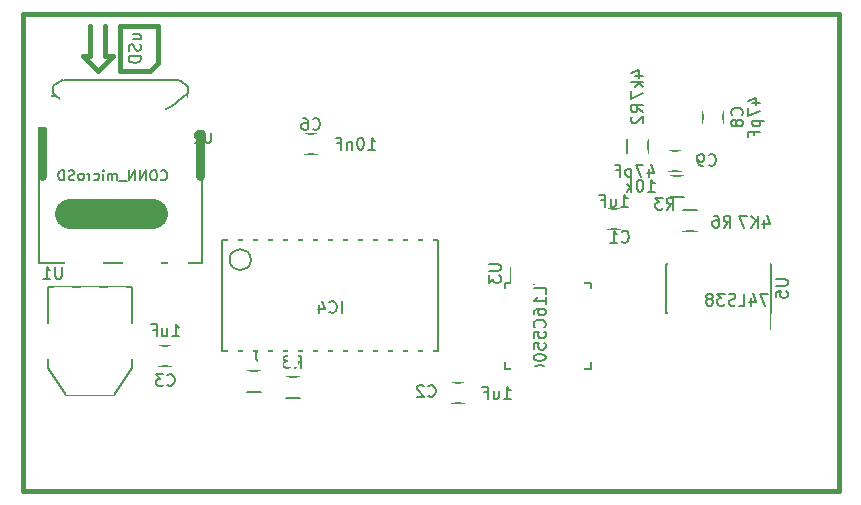
<source format=gbo>
G04 #@! TF.GenerationSoftware,KiCad,Pcbnew,5.0.2+dfsg1-1*
G04 #@! TF.CreationDate,2021-08-12T14:43:16+02:00*
G04 #@! TF.ProjectId,ramcard,72616d63-6172-4642-9e6b-696361645f70,rev?*
G04 #@! TF.SameCoordinates,Original*
G04 #@! TF.FileFunction,Legend,Bot*
G04 #@! TF.FilePolarity,Positive*
%FSLAX46Y46*%
G04 Gerber Fmt 4.6, Leading zero omitted, Abs format (unit mm)*
G04 Created by KiCad (PCBNEW 5.0.2+dfsg1-1) date jeu. 12 août 2021 14:43:16 CEST*
%MOMM*%
%LPD*%
G01*
G04 APERTURE LIST*
%ADD10C,0.150000*%
%ADD11C,0.381000*%
%ADD12C,0.203200*%
%ADD13C,2.499360*%
%ADD14C,0.800100*%
%ADD15C,2.009140*%
%ADD16C,3.507740*%
%ADD17R,1.808000X1.808000*%
%ADD18C,1.808000*%
%ADD19R,4.165600X2.540000*%
%ADD20R,1.524000X2.540000*%
%ADD21R,1.209040X2.908300*%
%ADD22R,2.009140X3.108960*%
%ADD23R,1.508760X3.108960*%
%ADD24R,1.706880X1.706880*%
%ADD25R,3.208020X1.706880*%
%ADD26R,0.758000X1.808000*%
%ADD27R,1.808000X0.758000*%
%ADD28R,1.758000X1.508000*%
%ADD29R,1.508000X1.758000*%
%ADD30C,2.032000*%
%ADD31C,3.208020*%
%ADD32R,1.808000X1.208000*%
%ADD33R,1.208000X1.808000*%
%ADD34R,1.108000X2.008000*%
%ADD35R,2.332000X2.032000*%
%ADD36O,2.332000X2.032000*%
%ADD37R,2.235200X2.235200*%
%ADD38O,2.235200X2.235200*%
%ADD39R,0.965200X1.778000*%
G04 APERTURE END LIST*
D10*
X27090714Y-32258095D02*
X27757380Y-32258095D01*
X27090714Y-31829523D02*
X27614523Y-31829523D01*
X27709761Y-31877142D01*
X27757380Y-31972380D01*
X27757380Y-32115238D01*
X27709761Y-32210476D01*
X27662142Y-32258095D01*
X27709761Y-32686666D02*
X27757380Y-32829523D01*
X27757380Y-33067619D01*
X27709761Y-33162857D01*
X27662142Y-33210476D01*
X27566904Y-33258095D01*
X27471666Y-33258095D01*
X27376428Y-33210476D01*
X27328809Y-33162857D01*
X27281190Y-33067619D01*
X27233571Y-32877142D01*
X27185952Y-32781904D01*
X27138333Y-32734285D01*
X27043095Y-32686666D01*
X26947857Y-32686666D01*
X26852619Y-32734285D01*
X26805000Y-32781904D01*
X26757380Y-32877142D01*
X26757380Y-33115238D01*
X26805000Y-33258095D01*
X27757380Y-33686666D02*
X26757380Y-33686666D01*
X26757380Y-33924761D01*
X26805000Y-34067619D01*
X26900238Y-34162857D01*
X26995476Y-34210476D01*
X27185952Y-34258095D01*
X27328809Y-34258095D01*
X27519285Y-34210476D01*
X27614523Y-34162857D01*
X27709761Y-34067619D01*
X27757380Y-33924761D01*
X27757380Y-33686666D01*
D11*
X24765000Y-33655000D02*
X24765000Y-31115000D01*
X25400000Y-33655000D02*
X24765000Y-33655000D01*
X24130000Y-34925000D02*
X25400000Y-33655000D01*
X22860000Y-33655000D02*
X24130000Y-34925000D01*
X23495000Y-33655000D02*
X22860000Y-33655000D01*
X23495000Y-31115000D02*
X23495000Y-33655000D01*
X26035000Y-34925000D02*
X26035000Y-31115000D01*
X28575000Y-34925000D02*
X26035000Y-34925000D01*
X29210000Y-34290000D02*
X28575000Y-34925000D01*
X29210000Y-31115000D02*
X29210000Y-34290000D01*
X29210000Y-31115000D02*
X26035000Y-31115000D01*
X86868000Y-30099000D02*
X17780000Y-30099000D01*
X86868000Y-70485000D02*
X86868000Y-30099000D01*
X17780000Y-70485000D02*
X86868000Y-70485000D01*
X17780000Y-30099000D02*
X17780000Y-70485000D01*
D10*
G04 #@! TO.C,U1*
X19939000Y-56261000D02*
X19939000Y-53213000D01*
X19939000Y-53213000D02*
X27051000Y-53213000D01*
X27051000Y-53213000D02*
X27051000Y-56261000D01*
X19939000Y-59309000D02*
X19939000Y-60071000D01*
X19939000Y-60071000D02*
X21463000Y-62357000D01*
X21463000Y-62357000D02*
X25527000Y-62357000D01*
X25527000Y-62357000D02*
X27051000Y-60071000D01*
X27051000Y-60071000D02*
X27051000Y-59309000D01*
D12*
G04 #@! TO.C,U2*
X19133820Y-37030660D02*
X19133820Y-51229260D01*
X20535900Y-37030660D02*
X19133820Y-37030660D01*
X32936180Y-37129720D02*
X32936180Y-51229260D01*
X32936180Y-51229260D02*
X31635700Y-51229260D01*
X31635700Y-51229260D02*
X19133820Y-51229260D01*
X31734760Y-36730940D02*
X31734760Y-37129720D01*
X31734760Y-37129720D02*
X31833820Y-37129720D01*
X32936180Y-37129720D02*
X31833820Y-37129720D01*
D13*
X28780740Y-47076360D02*
X21780500Y-47076360D01*
D14*
X32783780Y-40129460D02*
X32783780Y-43830240D01*
X19433540Y-39829740D02*
X19433540Y-43830240D01*
D12*
X21234400Y-35730180D02*
X30835600Y-35730180D01*
X20927060Y-35826700D02*
X21226780Y-35727640D01*
X20726400Y-35928300D02*
X20927060Y-35826700D01*
X20528280Y-36027360D02*
X20726400Y-35928300D01*
X20426680Y-36126420D02*
X20528280Y-36027360D01*
X20327620Y-36327080D02*
X20426680Y-36126420D01*
X20327620Y-36827460D02*
X20327620Y-36327080D01*
X31734760Y-36830000D02*
X31734760Y-36329620D01*
X31734760Y-36329620D02*
X31635700Y-36128960D01*
X31635700Y-36128960D02*
X31534100Y-36029900D01*
X31534100Y-36029900D02*
X31335980Y-35930840D01*
X31335980Y-35930840D02*
X31135320Y-35829240D01*
X31135320Y-35829240D02*
X30835600Y-35730180D01*
X31750000Y-36830000D02*
G75*
G02X20320000Y-36830000I-5715000J5715000D01*
G01*
D10*
G04 #@! TO.C,U3*
X58605000Y-52890000D02*
X59130000Y-52890000D01*
X58605000Y-60140000D02*
X59130000Y-60140000D01*
X65855000Y-60140000D02*
X65330000Y-60140000D01*
X65855000Y-52890000D02*
X65330000Y-52890000D01*
X58605000Y-52890000D02*
X58605000Y-53415000D01*
X65855000Y-52890000D02*
X65855000Y-53415000D01*
X65855000Y-60140000D02*
X65855000Y-59615000D01*
X58605000Y-60140000D02*
X58605000Y-59615000D01*
X59130000Y-52890000D02*
X59130000Y-51515000D01*
G04 #@! TO.C,C8*
X77050000Y-38362000D02*
X77050000Y-39362000D01*
X75350000Y-39362000D02*
X75350000Y-38362000D01*
G04 #@! TO.C,C9*
X73525000Y-43395000D02*
X72525000Y-43395000D01*
X72525000Y-41695000D02*
X73525000Y-41695000D01*
G04 #@! TO.C,R2*
X70725000Y-41875000D02*
X70725000Y-40675000D01*
X68975000Y-40675000D02*
X68975000Y-41875000D01*
G04 #@! TO.C,R3*
X73752000Y-43829000D02*
X72552000Y-43829000D01*
X72552000Y-45579000D02*
X73752000Y-45579000D01*
G04 #@! TO.C,C1*
X67318000Y-46648000D02*
X68318000Y-46648000D01*
X68318000Y-48348000D02*
X67318000Y-48348000D01*
G04 #@! TO.C,C2*
X55110000Y-63080000D02*
X54110000Y-63080000D01*
X54110000Y-61380000D02*
X55110000Y-61380000D01*
G04 #@! TO.C,U5*
X81158000Y-55415000D02*
X81043000Y-55415000D01*
X81158000Y-51265000D02*
X81043000Y-51265000D01*
X72258000Y-51265000D02*
X72373000Y-51265000D01*
X72258000Y-55415000D02*
X72373000Y-55415000D01*
X81158000Y-55415000D02*
X81158000Y-51265000D01*
X72258000Y-55415000D02*
X72258000Y-51265000D01*
X81043000Y-55415000D02*
X81043000Y-56790000D01*
G04 #@! TO.C,C6*
X42664000Y-41998000D02*
X41664000Y-41998000D01*
X41664000Y-40298000D02*
X42664000Y-40298000D01*
G04 #@! TO.C,R6*
X73695000Y-48500000D02*
X74895000Y-48500000D01*
X74895000Y-46750000D02*
X73695000Y-46750000D01*
G04 #@! TO.C,C3*
X30345000Y-59905000D02*
X29345000Y-59905000D01*
X29345000Y-58205000D02*
X30345000Y-58205000D01*
G04 #@! TO.C,IC4*
X52959000Y-49276000D02*
X52959000Y-58674000D01*
X34671000Y-58674000D02*
X34671000Y-49276000D01*
X34671000Y-58674000D02*
X52959000Y-58674000D01*
X52959000Y-49276000D02*
X34671000Y-49276000D01*
X37093026Y-50927000D02*
G75*
G03X37093026Y-50927000I-898026J0D01*
G01*
G04 #@! TO.C,D1*
X36738000Y-62089000D02*
X37938000Y-62089000D01*
X37938000Y-60339000D02*
X36738000Y-60339000D01*
G04 #@! TO.C,R8*
X40040000Y-62597000D02*
X41240000Y-62597000D01*
X41240000Y-60847000D02*
X40040000Y-60847000D01*
G04 #@! TD*
G04 #@! TO.C,U1*
X21081904Y-51522380D02*
X21081904Y-52331904D01*
X21034285Y-52427142D01*
X20986666Y-52474761D01*
X20891428Y-52522380D01*
X20700952Y-52522380D01*
X20605714Y-52474761D01*
X20558095Y-52427142D01*
X20510476Y-52331904D01*
X20510476Y-51522380D01*
X19510476Y-52522380D02*
X20081904Y-52522380D01*
X19796190Y-52522380D02*
X19796190Y-51522380D01*
X19891428Y-51665238D01*
X19986666Y-51760476D01*
X20081904Y-51808095D01*
G04 #@! TO.C,U2*
D12*
X33677980Y-40167076D02*
X33677980Y-40866180D01*
X33636857Y-40948428D01*
X33595733Y-40989552D01*
X33513485Y-41030676D01*
X33348990Y-41030676D01*
X33266742Y-40989552D01*
X33225619Y-40948428D01*
X33184495Y-40866180D01*
X33184495Y-40167076D01*
X32814380Y-40249323D02*
X32773257Y-40208200D01*
X32691009Y-40167076D01*
X32485390Y-40167076D01*
X32403142Y-40208200D01*
X32362019Y-40249323D01*
X32320895Y-40331571D01*
X32320895Y-40413819D01*
X32362019Y-40537190D01*
X32855504Y-41030676D01*
X32320895Y-41030676D01*
X29471257Y-44123428D02*
X29512380Y-44164552D01*
X29635752Y-44205676D01*
X29718000Y-44205676D01*
X29841371Y-44164552D01*
X29923619Y-44082304D01*
X29964742Y-44000057D01*
X30005866Y-43835561D01*
X30005866Y-43712190D01*
X29964742Y-43547695D01*
X29923619Y-43465447D01*
X29841371Y-43383200D01*
X29718000Y-43342076D01*
X29635752Y-43342076D01*
X29512380Y-43383200D01*
X29471257Y-43424323D01*
X28936647Y-43342076D02*
X28772152Y-43342076D01*
X28689904Y-43383200D01*
X28607657Y-43465447D01*
X28566533Y-43629942D01*
X28566533Y-43917809D01*
X28607657Y-44082304D01*
X28689904Y-44164552D01*
X28772152Y-44205676D01*
X28936647Y-44205676D01*
X29018895Y-44164552D01*
X29101142Y-44082304D01*
X29142266Y-43917809D01*
X29142266Y-43629942D01*
X29101142Y-43465447D01*
X29018895Y-43383200D01*
X28936647Y-43342076D01*
X28196419Y-44205676D02*
X28196419Y-43342076D01*
X27702933Y-44205676D01*
X27702933Y-43342076D01*
X27291695Y-44205676D02*
X27291695Y-43342076D01*
X26798209Y-44205676D01*
X26798209Y-43342076D01*
X26592590Y-44287923D02*
X25934609Y-44287923D01*
X25728990Y-44205676D02*
X25728990Y-43629942D01*
X25728990Y-43712190D02*
X25687866Y-43671066D01*
X25605619Y-43629942D01*
X25482247Y-43629942D01*
X25400000Y-43671066D01*
X25358876Y-43753314D01*
X25358876Y-44205676D01*
X25358876Y-43753314D02*
X25317752Y-43671066D01*
X25235504Y-43629942D01*
X25112133Y-43629942D01*
X25029885Y-43671066D01*
X24988761Y-43753314D01*
X24988761Y-44205676D01*
X24577523Y-44205676D02*
X24577523Y-43629942D01*
X24577523Y-43342076D02*
X24618647Y-43383200D01*
X24577523Y-43424323D01*
X24536400Y-43383200D01*
X24577523Y-43342076D01*
X24577523Y-43424323D01*
X23796171Y-44164552D02*
X23878419Y-44205676D01*
X24042914Y-44205676D01*
X24125161Y-44164552D01*
X24166285Y-44123428D01*
X24207409Y-44041180D01*
X24207409Y-43794438D01*
X24166285Y-43712190D01*
X24125161Y-43671066D01*
X24042914Y-43629942D01*
X23878419Y-43629942D01*
X23796171Y-43671066D01*
X23426057Y-44205676D02*
X23426057Y-43629942D01*
X23426057Y-43794438D02*
X23384933Y-43712190D01*
X23343809Y-43671066D01*
X23261561Y-43629942D01*
X23179314Y-43629942D01*
X22768076Y-44205676D02*
X22850323Y-44164552D01*
X22891447Y-44123428D01*
X22932571Y-44041180D01*
X22932571Y-43794438D01*
X22891447Y-43712190D01*
X22850323Y-43671066D01*
X22768076Y-43629942D01*
X22644704Y-43629942D01*
X22562457Y-43671066D01*
X22521333Y-43712190D01*
X22480209Y-43794438D01*
X22480209Y-44041180D01*
X22521333Y-44123428D01*
X22562457Y-44164552D01*
X22644704Y-44205676D01*
X22768076Y-44205676D01*
X22151219Y-44164552D02*
X22027847Y-44205676D01*
X21822228Y-44205676D01*
X21739980Y-44164552D01*
X21698857Y-44123428D01*
X21657733Y-44041180D01*
X21657733Y-43958933D01*
X21698857Y-43876685D01*
X21739980Y-43835561D01*
X21822228Y-43794438D01*
X21986723Y-43753314D01*
X22068971Y-43712190D01*
X22110095Y-43671066D01*
X22151219Y-43588819D01*
X22151219Y-43506571D01*
X22110095Y-43424323D01*
X22068971Y-43383200D01*
X21986723Y-43342076D01*
X21781104Y-43342076D01*
X21657733Y-43383200D01*
X21287619Y-44205676D02*
X21287619Y-43342076D01*
X21082000Y-43342076D01*
X20958628Y-43383200D01*
X20876380Y-43465447D01*
X20835257Y-43547695D01*
X20794133Y-43712190D01*
X20794133Y-43835561D01*
X20835257Y-44000057D01*
X20876380Y-44082304D01*
X20958628Y-44164552D01*
X21082000Y-44205676D01*
X21287619Y-44205676D01*
G04 #@! TO.C,U3*
D10*
X57237380Y-51308095D02*
X58046904Y-51308095D01*
X58142142Y-51355714D01*
X58189761Y-51403333D01*
X58237380Y-51498571D01*
X58237380Y-51689047D01*
X58189761Y-51784285D01*
X58142142Y-51831904D01*
X58046904Y-51879523D01*
X57237380Y-51879523D01*
X57237380Y-52260476D02*
X57237380Y-52879523D01*
X57618333Y-52546190D01*
X57618333Y-52689047D01*
X57665952Y-52784285D01*
X57713571Y-52831904D01*
X57808809Y-52879523D01*
X58046904Y-52879523D01*
X58142142Y-52831904D01*
X58189761Y-52784285D01*
X58237380Y-52689047D01*
X58237380Y-52403333D01*
X58189761Y-52308095D01*
X58142142Y-52260476D01*
X61047380Y-52443571D02*
X61047380Y-53015000D01*
X62047380Y-52729285D02*
X61047380Y-52729285D01*
X62047380Y-53824523D02*
X62047380Y-53348333D01*
X61047380Y-53348333D01*
X62047380Y-54681666D02*
X62047380Y-54110238D01*
X62047380Y-54395952D02*
X61047380Y-54395952D01*
X61190238Y-54300714D01*
X61285476Y-54205476D01*
X61333095Y-54110238D01*
X61047380Y-55538809D02*
X61047380Y-55348333D01*
X61095000Y-55253095D01*
X61142619Y-55205476D01*
X61285476Y-55110238D01*
X61475952Y-55062619D01*
X61856904Y-55062619D01*
X61952142Y-55110238D01*
X61999761Y-55157857D01*
X62047380Y-55253095D01*
X62047380Y-55443571D01*
X61999761Y-55538809D01*
X61952142Y-55586428D01*
X61856904Y-55634047D01*
X61618809Y-55634047D01*
X61523571Y-55586428D01*
X61475952Y-55538809D01*
X61428333Y-55443571D01*
X61428333Y-55253095D01*
X61475952Y-55157857D01*
X61523571Y-55110238D01*
X61618809Y-55062619D01*
X61952142Y-56634047D02*
X61999761Y-56586428D01*
X62047380Y-56443571D01*
X62047380Y-56348333D01*
X61999761Y-56205476D01*
X61904523Y-56110238D01*
X61809285Y-56062619D01*
X61618809Y-56015000D01*
X61475952Y-56015000D01*
X61285476Y-56062619D01*
X61190238Y-56110238D01*
X61095000Y-56205476D01*
X61047380Y-56348333D01*
X61047380Y-56443571D01*
X61095000Y-56586428D01*
X61142619Y-56634047D01*
X61047380Y-57538809D02*
X61047380Y-57062619D01*
X61523571Y-57015000D01*
X61475952Y-57062619D01*
X61428333Y-57157857D01*
X61428333Y-57395952D01*
X61475952Y-57491190D01*
X61523571Y-57538809D01*
X61618809Y-57586428D01*
X61856904Y-57586428D01*
X61952142Y-57538809D01*
X61999761Y-57491190D01*
X62047380Y-57395952D01*
X62047380Y-57157857D01*
X61999761Y-57062619D01*
X61952142Y-57015000D01*
X61047380Y-58491190D02*
X61047380Y-58015000D01*
X61523571Y-57967380D01*
X61475952Y-58015000D01*
X61428333Y-58110238D01*
X61428333Y-58348333D01*
X61475952Y-58443571D01*
X61523571Y-58491190D01*
X61618809Y-58538809D01*
X61856904Y-58538809D01*
X61952142Y-58491190D01*
X61999761Y-58443571D01*
X62047380Y-58348333D01*
X62047380Y-58110238D01*
X61999761Y-58015000D01*
X61952142Y-57967380D01*
X61047380Y-59157857D02*
X61047380Y-59253095D01*
X61095000Y-59348333D01*
X61142619Y-59395952D01*
X61237857Y-59443571D01*
X61428333Y-59491190D01*
X61666428Y-59491190D01*
X61856904Y-59443571D01*
X61952142Y-59395952D01*
X61999761Y-59348333D01*
X62047380Y-59253095D01*
X62047380Y-59157857D01*
X61999761Y-59062619D01*
X61952142Y-59015000D01*
X61856904Y-58967380D01*
X61666428Y-58919761D01*
X61428333Y-58919761D01*
X61237857Y-58967380D01*
X61142619Y-59015000D01*
X61095000Y-59062619D01*
X61047380Y-59157857D01*
X61952142Y-60491190D02*
X61999761Y-60443571D01*
X62047380Y-60300714D01*
X62047380Y-60205476D01*
X61999761Y-60062619D01*
X61904523Y-59967380D01*
X61809285Y-59919761D01*
X61618809Y-59872142D01*
X61475952Y-59872142D01*
X61285476Y-59919761D01*
X61190238Y-59967380D01*
X61095000Y-60062619D01*
X61047380Y-60205476D01*
X61047380Y-60300714D01*
X61095000Y-60443571D01*
X61142619Y-60491190D01*
G04 #@! TO.C,C8*
X78657142Y-38695333D02*
X78704761Y-38647714D01*
X78752380Y-38504857D01*
X78752380Y-38409619D01*
X78704761Y-38266761D01*
X78609523Y-38171523D01*
X78514285Y-38123904D01*
X78323809Y-38076285D01*
X78180952Y-38076285D01*
X77990476Y-38123904D01*
X77895238Y-38171523D01*
X77800000Y-38266761D01*
X77752380Y-38409619D01*
X77752380Y-38504857D01*
X77800000Y-38647714D01*
X77847619Y-38695333D01*
X78180952Y-39266761D02*
X78133333Y-39171523D01*
X78085714Y-39123904D01*
X77990476Y-39076285D01*
X77942857Y-39076285D01*
X77847619Y-39123904D01*
X77800000Y-39171523D01*
X77752380Y-39266761D01*
X77752380Y-39457238D01*
X77800000Y-39552476D01*
X77847619Y-39600095D01*
X77942857Y-39647714D01*
X77990476Y-39647714D01*
X78085714Y-39600095D01*
X78133333Y-39552476D01*
X78180952Y-39457238D01*
X78180952Y-39266761D01*
X78228571Y-39171523D01*
X78276190Y-39123904D01*
X78371428Y-39076285D01*
X78561904Y-39076285D01*
X78657142Y-39123904D01*
X78704761Y-39171523D01*
X78752380Y-39266761D01*
X78752380Y-39457238D01*
X78704761Y-39552476D01*
X78657142Y-39600095D01*
X78561904Y-39647714D01*
X78371428Y-39647714D01*
X78276190Y-39600095D01*
X78228571Y-39552476D01*
X78180952Y-39457238D01*
X79541714Y-37695333D02*
X80208380Y-37695333D01*
X79160761Y-37457238D02*
X79875047Y-37219142D01*
X79875047Y-37838190D01*
X79208380Y-38123904D02*
X79208380Y-38790571D01*
X80208380Y-38362000D01*
X79541714Y-39171523D02*
X80541714Y-39171523D01*
X79589333Y-39171523D02*
X79541714Y-39266761D01*
X79541714Y-39457238D01*
X79589333Y-39552476D01*
X79636952Y-39600095D01*
X79732190Y-39647714D01*
X80017904Y-39647714D01*
X80113142Y-39600095D01*
X80160761Y-39552476D01*
X80208380Y-39457238D01*
X80208380Y-39266761D01*
X80160761Y-39171523D01*
X79684571Y-40409619D02*
X79684571Y-40076285D01*
X80208380Y-40076285D02*
X79208380Y-40076285D01*
X79208380Y-40552476D01*
G04 #@! TO.C,C9*
X75858666Y-42902142D02*
X75906285Y-42949761D01*
X76049142Y-42997380D01*
X76144380Y-42997380D01*
X76287238Y-42949761D01*
X76382476Y-42854523D01*
X76430095Y-42759285D01*
X76477714Y-42568809D01*
X76477714Y-42425952D01*
X76430095Y-42235476D01*
X76382476Y-42140238D01*
X76287238Y-42045000D01*
X76144380Y-41997380D01*
X76049142Y-41997380D01*
X75906285Y-42045000D01*
X75858666Y-42092619D01*
X75382476Y-42997380D02*
X75192000Y-42997380D01*
X75096761Y-42949761D01*
X75049142Y-42902142D01*
X74953904Y-42759285D01*
X74906285Y-42568809D01*
X74906285Y-42187857D01*
X74953904Y-42092619D01*
X75001523Y-42045000D01*
X75096761Y-41997380D01*
X75287238Y-41997380D01*
X75382476Y-42045000D01*
X75430095Y-42092619D01*
X75477714Y-42187857D01*
X75477714Y-42425952D01*
X75430095Y-42521190D01*
X75382476Y-42568809D01*
X75287238Y-42616428D01*
X75096761Y-42616428D01*
X75001523Y-42568809D01*
X74953904Y-42521190D01*
X74906285Y-42425952D01*
X70762666Y-43219714D02*
X70762666Y-43886380D01*
X71000761Y-42838761D02*
X71238857Y-43553047D01*
X70619809Y-43553047D01*
X70334095Y-42886380D02*
X69667428Y-42886380D01*
X70096000Y-43886380D01*
X69286476Y-43219714D02*
X69286476Y-44219714D01*
X69286476Y-43267333D02*
X69191238Y-43219714D01*
X69000761Y-43219714D01*
X68905523Y-43267333D01*
X68857904Y-43314952D01*
X68810285Y-43410190D01*
X68810285Y-43695904D01*
X68857904Y-43791142D01*
X68905523Y-43838761D01*
X69000761Y-43886380D01*
X69191238Y-43886380D01*
X69286476Y-43838761D01*
X68048380Y-43362571D02*
X68381714Y-43362571D01*
X68381714Y-43886380D02*
X68381714Y-42886380D01*
X67905523Y-42886380D01*
G04 #@! TO.C,R2*
X70302380Y-38441333D02*
X69826190Y-38108000D01*
X70302380Y-37869904D02*
X69302380Y-37869904D01*
X69302380Y-38250857D01*
X69350000Y-38346095D01*
X69397619Y-38393714D01*
X69492857Y-38441333D01*
X69635714Y-38441333D01*
X69730952Y-38393714D01*
X69778571Y-38346095D01*
X69826190Y-38250857D01*
X69826190Y-37869904D01*
X69397619Y-38822285D02*
X69350000Y-38869904D01*
X69302380Y-38965142D01*
X69302380Y-39203238D01*
X69350000Y-39298476D01*
X69397619Y-39346095D01*
X69492857Y-39393714D01*
X69588095Y-39393714D01*
X69730952Y-39346095D01*
X70302380Y-38774666D01*
X70302380Y-39393714D01*
X69635714Y-35377523D02*
X70302380Y-35377523D01*
X69254761Y-35139428D02*
X69969047Y-34901333D01*
X69969047Y-35520380D01*
X70302380Y-35901333D02*
X69302380Y-35901333D01*
X69921428Y-35996571D02*
X70302380Y-36282285D01*
X69635714Y-36282285D02*
X70016666Y-35901333D01*
X69302380Y-36615619D02*
X69302380Y-37282285D01*
X70302380Y-36853714D01*
G04 #@! TO.C,R3*
X72302666Y-46680380D02*
X72636000Y-46204190D01*
X72874095Y-46680380D02*
X72874095Y-45680380D01*
X72493142Y-45680380D01*
X72397904Y-45728000D01*
X72350285Y-45775619D01*
X72302666Y-45870857D01*
X72302666Y-46013714D01*
X72350285Y-46108952D01*
X72397904Y-46156571D01*
X72493142Y-46204190D01*
X72874095Y-46204190D01*
X71969333Y-45680380D02*
X71350285Y-45680380D01*
X71683619Y-46061333D01*
X71540761Y-46061333D01*
X71445523Y-46108952D01*
X71397904Y-46156571D01*
X71350285Y-46251809D01*
X71350285Y-46489904D01*
X71397904Y-46585142D01*
X71445523Y-46632761D01*
X71540761Y-46680380D01*
X71826476Y-46680380D01*
X71921714Y-46632761D01*
X71969333Y-46585142D01*
X70699238Y-45156380D02*
X71270666Y-45156380D01*
X70984952Y-45156380D02*
X70984952Y-44156380D01*
X71080190Y-44299238D01*
X71175428Y-44394476D01*
X71270666Y-44442095D01*
X70080190Y-44156380D02*
X69984952Y-44156380D01*
X69889714Y-44204000D01*
X69842095Y-44251619D01*
X69794476Y-44346857D01*
X69746857Y-44537333D01*
X69746857Y-44775428D01*
X69794476Y-44965904D01*
X69842095Y-45061142D01*
X69889714Y-45108761D01*
X69984952Y-45156380D01*
X70080190Y-45156380D01*
X70175428Y-45108761D01*
X70223047Y-45061142D01*
X70270666Y-44965904D01*
X70318285Y-44775428D01*
X70318285Y-44537333D01*
X70270666Y-44346857D01*
X70223047Y-44251619D01*
X70175428Y-44204000D01*
X70080190Y-44156380D01*
X69318285Y-45156380D02*
X69318285Y-44156380D01*
X69223047Y-44775428D02*
X68937333Y-45156380D01*
X68937333Y-44489714D02*
X69318285Y-44870666D01*
G04 #@! TO.C,C1*
X68492666Y-49379142D02*
X68540285Y-49426761D01*
X68683142Y-49474380D01*
X68778380Y-49474380D01*
X68921238Y-49426761D01*
X69016476Y-49331523D01*
X69064095Y-49236285D01*
X69111714Y-49045809D01*
X69111714Y-48902952D01*
X69064095Y-48712476D01*
X69016476Y-48617238D01*
X68921238Y-48522000D01*
X68778380Y-48474380D01*
X68683142Y-48474380D01*
X68540285Y-48522000D01*
X68492666Y-48569619D01*
X67540285Y-49474380D02*
X68111714Y-49474380D01*
X67826000Y-49474380D02*
X67826000Y-48474380D01*
X67921238Y-48617238D01*
X68016476Y-48712476D01*
X68111714Y-48760095D01*
X68413238Y-46426380D02*
X68984666Y-46426380D01*
X68698952Y-46426380D02*
X68698952Y-45426380D01*
X68794190Y-45569238D01*
X68889428Y-45664476D01*
X68984666Y-45712095D01*
X67556095Y-45759714D02*
X67556095Y-46426380D01*
X67984666Y-45759714D02*
X67984666Y-46283523D01*
X67937047Y-46378761D01*
X67841809Y-46426380D01*
X67698952Y-46426380D01*
X67603714Y-46378761D01*
X67556095Y-46331142D01*
X66746571Y-45902571D02*
X67079904Y-45902571D01*
X67079904Y-46426380D02*
X67079904Y-45426380D01*
X66603714Y-45426380D01*
G04 #@! TO.C,C2*
X52109666Y-62460142D02*
X52157285Y-62507761D01*
X52300142Y-62555380D01*
X52395380Y-62555380D01*
X52538238Y-62507761D01*
X52633476Y-62412523D01*
X52681095Y-62317285D01*
X52728714Y-62126809D01*
X52728714Y-61983952D01*
X52681095Y-61793476D01*
X52633476Y-61698238D01*
X52538238Y-61603000D01*
X52395380Y-61555380D01*
X52300142Y-61555380D01*
X52157285Y-61603000D01*
X52109666Y-61650619D01*
X51728714Y-61650619D02*
X51681095Y-61603000D01*
X51585857Y-61555380D01*
X51347761Y-61555380D01*
X51252523Y-61603000D01*
X51204904Y-61650619D01*
X51157285Y-61745857D01*
X51157285Y-61841095D01*
X51204904Y-61983952D01*
X51776333Y-62555380D01*
X51157285Y-62555380D01*
X58507238Y-62682380D02*
X59078666Y-62682380D01*
X58792952Y-62682380D02*
X58792952Y-61682380D01*
X58888190Y-61825238D01*
X58983428Y-61920476D01*
X59078666Y-61968095D01*
X57650095Y-62015714D02*
X57650095Y-62682380D01*
X58078666Y-62015714D02*
X58078666Y-62539523D01*
X58031047Y-62634761D01*
X57935809Y-62682380D01*
X57792952Y-62682380D01*
X57697714Y-62634761D01*
X57650095Y-62587142D01*
X56840571Y-62158571D02*
X57173904Y-62158571D01*
X57173904Y-62682380D02*
X57173904Y-61682380D01*
X56697714Y-61682380D01*
G04 #@! TO.C,U5*
X81535380Y-52578095D02*
X82344904Y-52578095D01*
X82440142Y-52625714D01*
X82487761Y-52673333D01*
X82535380Y-52768571D01*
X82535380Y-52959047D01*
X82487761Y-53054285D01*
X82440142Y-53101904D01*
X82344904Y-53149523D01*
X81535380Y-53149523D01*
X81535380Y-54101904D02*
X81535380Y-53625714D01*
X82011571Y-53578095D01*
X81963952Y-53625714D01*
X81916333Y-53720952D01*
X81916333Y-53959047D01*
X81963952Y-54054285D01*
X82011571Y-54101904D01*
X82106809Y-54149523D01*
X82344904Y-54149523D01*
X82440142Y-54101904D01*
X82487761Y-54054285D01*
X82535380Y-53959047D01*
X82535380Y-53720952D01*
X82487761Y-53625714D01*
X82440142Y-53578095D01*
X80874857Y-53808380D02*
X80208190Y-53808380D01*
X80636761Y-54808380D01*
X79398666Y-54141714D02*
X79398666Y-54808380D01*
X79636761Y-53760761D02*
X79874857Y-54475047D01*
X79255809Y-54475047D01*
X78398666Y-54808380D02*
X78874857Y-54808380D01*
X78874857Y-53808380D01*
X78112952Y-54760761D02*
X77970095Y-54808380D01*
X77732000Y-54808380D01*
X77636761Y-54760761D01*
X77589142Y-54713142D01*
X77541523Y-54617904D01*
X77541523Y-54522666D01*
X77589142Y-54427428D01*
X77636761Y-54379809D01*
X77732000Y-54332190D01*
X77922476Y-54284571D01*
X78017714Y-54236952D01*
X78065333Y-54189333D01*
X78112952Y-54094095D01*
X78112952Y-53998857D01*
X78065333Y-53903619D01*
X78017714Y-53856000D01*
X77922476Y-53808380D01*
X77684380Y-53808380D01*
X77541523Y-53856000D01*
X77208190Y-53808380D02*
X76589142Y-53808380D01*
X76922476Y-54189333D01*
X76779619Y-54189333D01*
X76684380Y-54236952D01*
X76636761Y-54284571D01*
X76589142Y-54379809D01*
X76589142Y-54617904D01*
X76636761Y-54713142D01*
X76684380Y-54760761D01*
X76779619Y-54808380D01*
X77065333Y-54808380D01*
X77160571Y-54760761D01*
X77208190Y-54713142D01*
X76017714Y-54236952D02*
X76112952Y-54189333D01*
X76160571Y-54141714D01*
X76208190Y-54046476D01*
X76208190Y-53998857D01*
X76160571Y-53903619D01*
X76112952Y-53856000D01*
X76017714Y-53808380D01*
X75827238Y-53808380D01*
X75732000Y-53856000D01*
X75684380Y-53903619D01*
X75636761Y-53998857D01*
X75636761Y-54046476D01*
X75684380Y-54141714D01*
X75732000Y-54189333D01*
X75827238Y-54236952D01*
X76017714Y-54236952D01*
X76112952Y-54284571D01*
X76160571Y-54332190D01*
X76208190Y-54427428D01*
X76208190Y-54617904D01*
X76160571Y-54713142D01*
X76112952Y-54760761D01*
X76017714Y-54808380D01*
X75827238Y-54808380D01*
X75732000Y-54760761D01*
X75684380Y-54713142D01*
X75636761Y-54617904D01*
X75636761Y-54427428D01*
X75684380Y-54332190D01*
X75732000Y-54284571D01*
X75827238Y-54236952D01*
G04 #@! TO.C,C6*
X42330666Y-39854142D02*
X42378285Y-39901761D01*
X42521142Y-39949380D01*
X42616380Y-39949380D01*
X42759238Y-39901761D01*
X42854476Y-39806523D01*
X42902095Y-39711285D01*
X42949714Y-39520809D01*
X42949714Y-39377952D01*
X42902095Y-39187476D01*
X42854476Y-39092238D01*
X42759238Y-38997000D01*
X42616380Y-38949380D01*
X42521142Y-38949380D01*
X42378285Y-38997000D01*
X42330666Y-39044619D01*
X41473523Y-38949380D02*
X41664000Y-38949380D01*
X41759238Y-38997000D01*
X41806857Y-39044619D01*
X41902095Y-39187476D01*
X41949714Y-39377952D01*
X41949714Y-39758904D01*
X41902095Y-39854142D01*
X41854476Y-39901761D01*
X41759238Y-39949380D01*
X41568761Y-39949380D01*
X41473523Y-39901761D01*
X41425904Y-39854142D01*
X41378285Y-39758904D01*
X41378285Y-39520809D01*
X41425904Y-39425571D01*
X41473523Y-39377952D01*
X41568761Y-39330333D01*
X41759238Y-39330333D01*
X41854476Y-39377952D01*
X41902095Y-39425571D01*
X41949714Y-39520809D01*
X47045428Y-41600380D02*
X47616857Y-41600380D01*
X47331142Y-41600380D02*
X47331142Y-40600380D01*
X47426380Y-40743238D01*
X47521619Y-40838476D01*
X47616857Y-40886095D01*
X46426380Y-40600380D02*
X46331142Y-40600380D01*
X46235904Y-40648000D01*
X46188285Y-40695619D01*
X46140666Y-40790857D01*
X46093047Y-40981333D01*
X46093047Y-41219428D01*
X46140666Y-41409904D01*
X46188285Y-41505142D01*
X46235904Y-41552761D01*
X46331142Y-41600380D01*
X46426380Y-41600380D01*
X46521619Y-41552761D01*
X46569238Y-41505142D01*
X46616857Y-41409904D01*
X46664476Y-41219428D01*
X46664476Y-40981333D01*
X46616857Y-40790857D01*
X46569238Y-40695619D01*
X46521619Y-40648000D01*
X46426380Y-40600380D01*
X45664476Y-40933714D02*
X45664476Y-41600380D01*
X45664476Y-41028952D02*
X45616857Y-40981333D01*
X45521619Y-40933714D01*
X45378761Y-40933714D01*
X45283523Y-40981333D01*
X45235904Y-41076571D01*
X45235904Y-41600380D01*
X44426380Y-41076571D02*
X44759714Y-41076571D01*
X44759714Y-41600380D02*
X44759714Y-40600380D01*
X44283523Y-40600380D01*
G04 #@! TO.C,R6*
X77128666Y-48204380D02*
X77462000Y-47728190D01*
X77700095Y-48204380D02*
X77700095Y-47204380D01*
X77319142Y-47204380D01*
X77223904Y-47252000D01*
X77176285Y-47299619D01*
X77128666Y-47394857D01*
X77128666Y-47537714D01*
X77176285Y-47632952D01*
X77223904Y-47680571D01*
X77319142Y-47728190D01*
X77700095Y-47728190D01*
X76271523Y-47204380D02*
X76462000Y-47204380D01*
X76557238Y-47252000D01*
X76604857Y-47299619D01*
X76700095Y-47442476D01*
X76747714Y-47632952D01*
X76747714Y-48013904D01*
X76700095Y-48109142D01*
X76652476Y-48156761D01*
X76557238Y-48204380D01*
X76366761Y-48204380D01*
X76271523Y-48156761D01*
X76223904Y-48109142D01*
X76176285Y-48013904D01*
X76176285Y-47775809D01*
X76223904Y-47680571D01*
X76271523Y-47632952D01*
X76366761Y-47585333D01*
X76557238Y-47585333D01*
X76652476Y-47632952D01*
X76700095Y-47680571D01*
X76747714Y-47775809D01*
X80541714Y-47537714D02*
X80541714Y-48204380D01*
X80779809Y-47156761D02*
X81017904Y-47871047D01*
X80398857Y-47871047D01*
X80017904Y-48204380D02*
X80017904Y-47204380D01*
X79446476Y-48204380D02*
X79875047Y-47632952D01*
X79446476Y-47204380D02*
X80017904Y-47775809D01*
X79113142Y-47204380D02*
X78446476Y-47204380D01*
X78875047Y-48204380D01*
G04 #@! TO.C,C3*
X30011666Y-61512142D02*
X30059285Y-61559761D01*
X30202142Y-61607380D01*
X30297380Y-61607380D01*
X30440238Y-61559761D01*
X30535476Y-61464523D01*
X30583095Y-61369285D01*
X30630714Y-61178809D01*
X30630714Y-61035952D01*
X30583095Y-60845476D01*
X30535476Y-60750238D01*
X30440238Y-60655000D01*
X30297380Y-60607380D01*
X30202142Y-60607380D01*
X30059285Y-60655000D01*
X30011666Y-60702619D01*
X29678333Y-60607380D02*
X29059285Y-60607380D01*
X29392619Y-60988333D01*
X29249761Y-60988333D01*
X29154523Y-61035952D01*
X29106904Y-61083571D01*
X29059285Y-61178809D01*
X29059285Y-61416904D01*
X29106904Y-61512142D01*
X29154523Y-61559761D01*
X29249761Y-61607380D01*
X29535476Y-61607380D01*
X29630714Y-61559761D01*
X29678333Y-61512142D01*
X30440238Y-57407380D02*
X31011666Y-57407380D01*
X30725952Y-57407380D02*
X30725952Y-56407380D01*
X30821190Y-56550238D01*
X30916428Y-56645476D01*
X31011666Y-56693095D01*
X29583095Y-56740714D02*
X29583095Y-57407380D01*
X30011666Y-56740714D02*
X30011666Y-57264523D01*
X29964047Y-57359761D01*
X29868809Y-57407380D01*
X29725952Y-57407380D01*
X29630714Y-57359761D01*
X29583095Y-57312142D01*
X28773571Y-56883571D02*
X29106904Y-56883571D01*
X29106904Y-57407380D02*
X29106904Y-56407380D01*
X28630714Y-56407380D01*
G04 #@! TO.C,IC4*
X44791190Y-55443380D02*
X44791190Y-54443380D01*
X43743571Y-55348142D02*
X43791190Y-55395761D01*
X43934047Y-55443380D01*
X44029285Y-55443380D01*
X44172142Y-55395761D01*
X44267380Y-55300523D01*
X44315000Y-55205285D01*
X44362619Y-55014809D01*
X44362619Y-54871952D01*
X44315000Y-54681476D01*
X44267380Y-54586238D01*
X44172142Y-54491000D01*
X44029285Y-54443380D01*
X43934047Y-54443380D01*
X43791190Y-54491000D01*
X43743571Y-54538619D01*
X42886428Y-54776714D02*
X42886428Y-55443380D01*
X43124523Y-54395761D02*
X43362619Y-55110047D01*
X42743571Y-55110047D01*
G04 #@! TO.C,D1*
X38076095Y-59566380D02*
X38076095Y-58566380D01*
X37838000Y-58566380D01*
X37695142Y-58614000D01*
X37599904Y-58709238D01*
X37552285Y-58804476D01*
X37504666Y-58994952D01*
X37504666Y-59137809D01*
X37552285Y-59328285D01*
X37599904Y-59423523D01*
X37695142Y-59518761D01*
X37838000Y-59566380D01*
X38076095Y-59566380D01*
X36552285Y-59566380D02*
X37123714Y-59566380D01*
X36838000Y-59566380D02*
X36838000Y-58566380D01*
X36933238Y-58709238D01*
X37028476Y-58804476D01*
X37123714Y-58852095D01*
G04 #@! TO.C,R8*
X40806666Y-60074380D02*
X41140000Y-59598190D01*
X41378095Y-60074380D02*
X41378095Y-59074380D01*
X40997142Y-59074380D01*
X40901904Y-59122000D01*
X40854285Y-59169619D01*
X40806666Y-59264857D01*
X40806666Y-59407714D01*
X40854285Y-59502952D01*
X40901904Y-59550571D01*
X40997142Y-59598190D01*
X41378095Y-59598190D01*
X40235238Y-59502952D02*
X40330476Y-59455333D01*
X40378095Y-59407714D01*
X40425714Y-59312476D01*
X40425714Y-59264857D01*
X40378095Y-59169619D01*
X40330476Y-59122000D01*
X40235238Y-59074380D01*
X40044761Y-59074380D01*
X39949523Y-59122000D01*
X39901904Y-59169619D01*
X39854285Y-59264857D01*
X39854285Y-59312476D01*
X39901904Y-59407714D01*
X39949523Y-59455333D01*
X40044761Y-59502952D01*
X40235238Y-59502952D01*
X40330476Y-59550571D01*
X40378095Y-59598190D01*
X40425714Y-59693428D01*
X40425714Y-59883904D01*
X40378095Y-59979142D01*
X40330476Y-60026761D01*
X40235238Y-60074380D01*
X40044761Y-60074380D01*
X39949523Y-60026761D01*
X39901904Y-59979142D01*
X39854285Y-59883904D01*
X39854285Y-59693428D01*
X39901904Y-59598190D01*
X39949523Y-59550571D01*
X40044761Y-59502952D01*
G04 #@! TD*
%LPC*%
D15*
G04 #@! TO.C,P2*
X41147140Y-43817120D03*
X43687140Y-43817120D03*
X45719140Y-43817120D03*
X48259140Y-43817120D03*
D16*
X38099140Y-41150120D03*
X51815140Y-41150120D03*
G04 #@! TD*
D17*
G04 #@! TO.C,C4*
X55245000Y-40005000D03*
D18*
X55245000Y-37505000D03*
G04 #@! TD*
D17*
G04 #@! TO.C,C5*
X55245000Y-32385000D03*
D18*
X55245000Y-34885000D03*
G04 #@! TD*
D17*
G04 #@! TO.C,C7*
X34290000Y-32385000D03*
D18*
X34290000Y-34885000D03*
G04 #@! TD*
D19*
G04 #@! TO.C,U1*
X23495000Y-61087000D03*
D20*
X23495000Y-54483000D03*
X25781000Y-54483000D03*
X21209000Y-54483000D03*
G04 #@! TD*
D21*
G04 #@! TO.C,U2*
X29235400Y-38028880D03*
X28135580Y-38028880D03*
X27035760Y-38028880D03*
X25935940Y-38028880D03*
X24836120Y-38028880D03*
X23733760Y-38028880D03*
X22633940Y-38028880D03*
X21534120Y-38028880D03*
D22*
X32783780Y-38430200D03*
D23*
X19436080Y-38130480D03*
D24*
X30883860Y-50629820D03*
D25*
X27884120Y-50629820D03*
X22936200Y-50629820D03*
G04 #@! TD*
D26*
G04 #@! TO.C,U3*
X59480000Y-52165000D03*
X59980000Y-52165000D03*
X60480000Y-52165000D03*
X60980000Y-52165000D03*
X61480000Y-52165000D03*
X61980000Y-52165000D03*
X62480000Y-52165000D03*
X62980000Y-52165000D03*
X63480000Y-52165000D03*
X63980000Y-52165000D03*
X64480000Y-52165000D03*
X64980000Y-52165000D03*
D27*
X66580000Y-53765000D03*
X66580000Y-54265000D03*
X66580000Y-54765000D03*
X66580000Y-55265000D03*
X66580000Y-55765000D03*
X66580000Y-56265000D03*
X66580000Y-56765000D03*
X66580000Y-57265000D03*
X66580000Y-57765000D03*
X66580000Y-58265000D03*
X66580000Y-58765000D03*
X66580000Y-59265000D03*
D26*
X64980000Y-60865000D03*
X64480000Y-60865000D03*
X63980000Y-60865000D03*
X63480000Y-60865000D03*
X62980000Y-60865000D03*
X62480000Y-60865000D03*
X61980000Y-60865000D03*
X61480000Y-60865000D03*
X60980000Y-60865000D03*
X60480000Y-60865000D03*
X59980000Y-60865000D03*
X59480000Y-60865000D03*
D27*
X57880000Y-59265000D03*
X57880000Y-58765000D03*
X57880000Y-58265000D03*
X57880000Y-57765000D03*
X57880000Y-57265000D03*
X57880000Y-56765000D03*
X57880000Y-56265000D03*
X57880000Y-55765000D03*
X57880000Y-55265000D03*
X57880000Y-54765000D03*
X57880000Y-54265000D03*
X57880000Y-53765000D03*
G04 #@! TD*
D28*
G04 #@! TO.C,C8*
X76200000Y-39862000D03*
X76200000Y-37862000D03*
G04 #@! TD*
D29*
G04 #@! TO.C,C9*
X72025000Y-42545000D03*
X74025000Y-42545000D03*
G04 #@! TD*
D30*
G04 #@! TO.C,P3*
X72009000Y-40132000D03*
X72009000Y-37592000D03*
X74007980Y-37592000D03*
X74007980Y-40132000D03*
D31*
X76708000Y-44861480D03*
X76708000Y-32862520D03*
G04 #@! TD*
D32*
G04 #@! TO.C,R2*
X69850000Y-40325000D03*
X69850000Y-42225000D03*
G04 #@! TD*
D33*
G04 #@! TO.C,R3*
X72202000Y-44704000D03*
X74102000Y-44704000D03*
G04 #@! TD*
D29*
G04 #@! TO.C,C1*
X68818000Y-47498000D03*
X66818000Y-47498000D03*
G04 #@! TD*
G04 #@! TO.C,C2*
X53610000Y-62230000D03*
X55610000Y-62230000D03*
G04 #@! TD*
D34*
G04 #@! TO.C,U5*
X80518000Y-56040000D03*
X79248000Y-56040000D03*
X77978000Y-56040000D03*
X76708000Y-56040000D03*
X75438000Y-56040000D03*
X74168000Y-56040000D03*
X72898000Y-56040000D03*
X72898000Y-50640000D03*
X74168000Y-50640000D03*
X75438000Y-50640000D03*
X76708000Y-50640000D03*
X77978000Y-50640000D03*
X79248000Y-50640000D03*
X80518000Y-50640000D03*
G04 #@! TD*
D29*
G04 #@! TO.C,C6*
X41164000Y-41148000D03*
X43164000Y-41148000D03*
G04 #@! TD*
D33*
G04 #@! TO.C,R6*
X75245000Y-47625000D03*
X73345000Y-47625000D03*
G04 #@! TD*
D35*
G04 #@! TO.C,S1*
X67310000Y-41275000D03*
D36*
X59690000Y-41275000D03*
X67310000Y-38735000D03*
X59690000Y-38735000D03*
X67310000Y-36195000D03*
X59690000Y-36195000D03*
X67310000Y-33655000D03*
X59690000Y-33655000D03*
G04 #@! TD*
D37*
G04 #@! TO.C,P1*
X21590000Y-67310000D03*
D38*
X21590000Y-64770000D03*
X24130000Y-67310000D03*
X24130000Y-64770000D03*
X26670000Y-67310000D03*
X26670000Y-64770000D03*
X29210000Y-67310000D03*
X29210000Y-64770000D03*
X31750000Y-67310000D03*
X31750000Y-64770000D03*
X34290000Y-67310000D03*
X34290000Y-64770000D03*
X36830000Y-67310000D03*
X36830000Y-64770000D03*
X39370000Y-67310000D03*
X39370000Y-64770000D03*
X41910000Y-67310000D03*
X41910000Y-64770000D03*
X44450000Y-67310000D03*
X44450000Y-64770000D03*
X46990000Y-67310000D03*
X46990000Y-64770000D03*
X49530000Y-67310000D03*
X49530000Y-64770000D03*
X52070000Y-67310000D03*
X52070000Y-64770000D03*
X54610000Y-67310000D03*
X54610000Y-64770000D03*
X57150000Y-67310000D03*
X57150000Y-64770000D03*
X59690000Y-67310000D03*
X59690000Y-64770000D03*
X62230000Y-67310000D03*
X62230000Y-64770000D03*
X64770000Y-67310000D03*
X64770000Y-64770000D03*
X67310000Y-67310000D03*
X67310000Y-64770000D03*
X69850000Y-67310000D03*
X69850000Y-64770000D03*
X72390000Y-67310000D03*
X72390000Y-64770000D03*
X74930000Y-67310000D03*
X74930000Y-64770000D03*
X77470000Y-67310000D03*
X77470000Y-64770000D03*
X80010000Y-67310000D03*
X80010000Y-64770000D03*
X82550000Y-67310000D03*
X82550000Y-64770000D03*
G04 #@! TD*
D29*
G04 #@! TO.C,C3*
X28845000Y-59055000D03*
X30845000Y-59055000D03*
G04 #@! TD*
D39*
G04 #@! TO.C,IC4*
X50800000Y-59182000D03*
X49530000Y-59182000D03*
X48260000Y-59182000D03*
X46990000Y-59182000D03*
X45720000Y-59182000D03*
X40640000Y-59182000D03*
X39370000Y-59182000D03*
X38100000Y-59182000D03*
X36830000Y-59182000D03*
X35560000Y-59182000D03*
X35560000Y-48768000D03*
X36830000Y-48768000D03*
X38100000Y-48768000D03*
X39370000Y-48768000D03*
X40640000Y-48768000D03*
X45720000Y-48768000D03*
X46990000Y-48768000D03*
X48260000Y-48768000D03*
X49530000Y-48768000D03*
X50800000Y-48768000D03*
X52070000Y-48768000D03*
X41910000Y-48768000D03*
X43180000Y-48768000D03*
X44450000Y-48768000D03*
X41910000Y-59182000D03*
X43180000Y-59182000D03*
X44450000Y-59182000D03*
X52070000Y-59182000D03*
G04 #@! TD*
D33*
G04 #@! TO.C,D1*
X38288000Y-61214000D03*
X36388000Y-61214000D03*
G04 #@! TD*
G04 #@! TO.C,R8*
X41590000Y-61722000D03*
X39690000Y-61722000D03*
G04 #@! TD*
M02*

</source>
